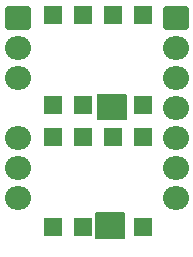
<source format=gbr>
%TF.GenerationSoftware,KiCad,Pcbnew,8.0.4*%
%TF.CreationDate,2024-09-19T15:03:18-03:00*%
%TF.ProjectId,PCBWay-Module_TA6586,50434257-6179-42d4-9d6f-64756c655f54,rev?*%
%TF.SameCoordinates,Original*%
%TF.FileFunction,Soldermask,Top*%
%TF.FilePolarity,Negative*%
%FSLAX46Y46*%
G04 Gerber Fmt 4.6, Leading zero omitted, Abs format (unit mm)*
G04 Created by KiCad (PCBNEW 8.0.4) date 2024-09-19 15:03:18*
%MOMM*%
%LPD*%
G01*
G04 APERTURE LIST*
G04 Aperture macros list*
%AMRoundRect*
0 Rectangle with rounded corners*
0 $1 Rounding radius*
0 $2 $3 $4 $5 $6 $7 $8 $9 X,Y pos of 4 corners*
0 Add a 4 corners polygon primitive as box body*
4,1,4,$2,$3,$4,$5,$6,$7,$8,$9,$2,$3,0*
0 Add four circle primitives for the rounded corners*
1,1,$1+$1,$2,$3*
1,1,$1+$1,$4,$5*
1,1,$1+$1,$6,$7*
1,1,$1+$1,$8,$9*
0 Add four rect primitives between the rounded corners*
20,1,$1+$1,$2,$3,$4,$5,0*
20,1,$1+$1,$4,$5,$6,$7,0*
20,1,$1+$1,$6,$7,$8,$9,0*
20,1,$1+$1,$8,$9,$2,$3,0*%
G04 Aperture macros list end*
%ADD10R,1.600000X1.600000*%
%ADD11RoundRect,0.250000X0.850000X0.750000X-0.850000X0.750000X-0.850000X-0.750000X0.850000X-0.750000X0*%
%ADD12O,2.200000X2.000000*%
G04 APERTURE END LIST*
D10*
%TO.C,U1*%
X142980000Y-87220000D03*
X145520000Y-87220000D03*
X148060000Y-87220000D03*
X150600000Y-87220000D03*
X150600000Y-79600000D03*
X148060000Y-79600000D03*
X145520000Y-79600000D03*
X142980000Y-79600000D03*
%TD*%
%TO.C,U2*%
X142980000Y-76900000D03*
X145520000Y-76900000D03*
X148060000Y-76900000D03*
X150600000Y-76900000D03*
X150600000Y-69280000D03*
X148060000Y-69280000D03*
X145520000Y-69280000D03*
X142980000Y-69280000D03*
%TD*%
D11*
%TO.C,J1*%
X140000000Y-69500000D03*
D12*
X140000000Y-72040000D03*
X140000000Y-74580000D03*
X140000000Y-79660000D03*
X140000000Y-82200000D03*
X140000000Y-84740000D03*
%TD*%
D11*
%TO.C,J2*%
X153400000Y-69500000D03*
D12*
X153400000Y-72040000D03*
X153400000Y-74580000D03*
X153400000Y-77120000D03*
X153400000Y-79660000D03*
X153400000Y-82200000D03*
X153400000Y-84740000D03*
%TD*%
G36*
X149059191Y-86018907D02*
G01*
X149095155Y-86068407D01*
X149100000Y-86099000D01*
X149100000Y-88151000D01*
X149081093Y-88209191D01*
X149031593Y-88245155D01*
X149001000Y-88250000D01*
X146649000Y-88250000D01*
X146590809Y-88231093D01*
X146554845Y-88181593D01*
X146550000Y-88151000D01*
X146550000Y-86099000D01*
X146568907Y-86040809D01*
X146618407Y-86004845D01*
X146649000Y-86000000D01*
X149001000Y-86000000D01*
X149059191Y-86018907D01*
G37*
G36*
X149209191Y-75968907D02*
G01*
X149245155Y-76018407D01*
X149250000Y-76049000D01*
X149250000Y-78101000D01*
X149231093Y-78159191D01*
X149181593Y-78195155D01*
X149151000Y-78200000D01*
X146799000Y-78200000D01*
X146740809Y-78181093D01*
X146704845Y-78131593D01*
X146700000Y-78101000D01*
X146700000Y-76049000D01*
X146718907Y-75990809D01*
X146768407Y-75954845D01*
X146799000Y-75950000D01*
X149151000Y-75950000D01*
X149209191Y-75968907D01*
G37*
M02*

</source>
